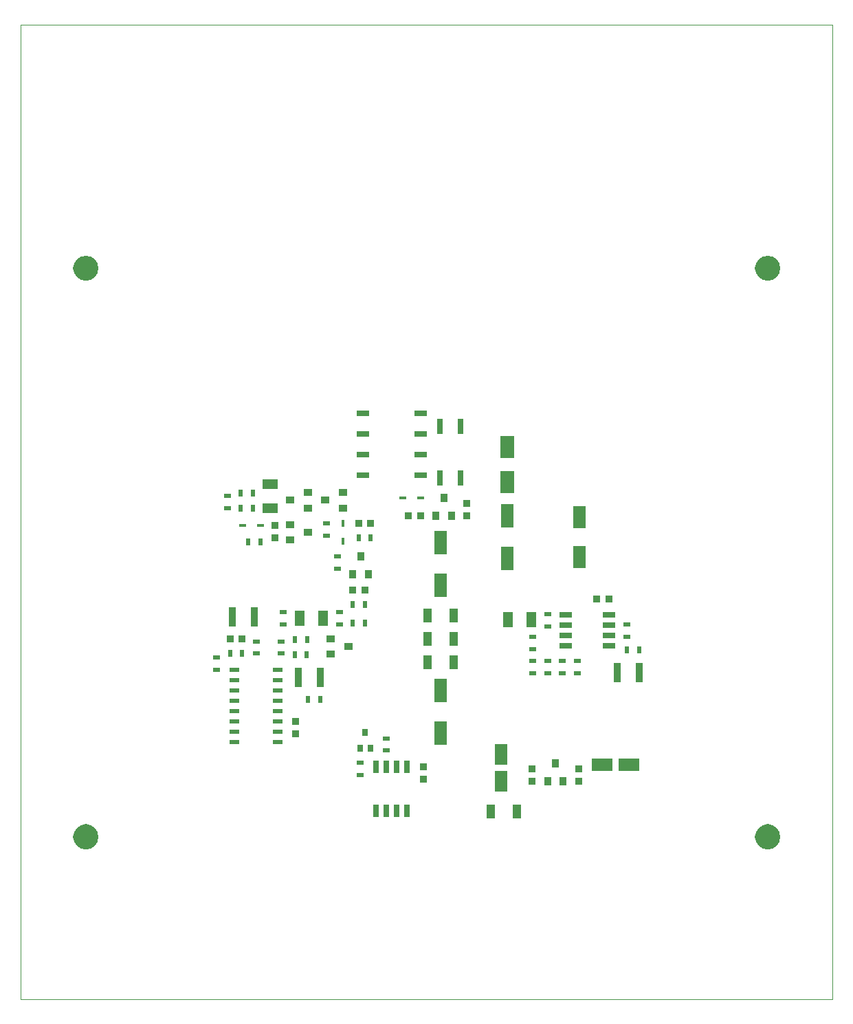
<source format=gtp>
%FSLAX46Y46*%
%MOMM*%
%ADD10C,0.100000*%
%AMPS51*
21,1,1.594948,2.741421,0.000000,0.000000,0.000000*
%
%ADD51PS51*%
%AMPS52*
21,1,1.594948,2.741421,0.000000,0.000000,180.000000*
%
%ADD52PS52*%
%AMPS13*
21,1,1.600000,2.950000,0.000000,0.000000,0.000000*
%
%ADD13PS13*%
%AMPS14*
21,1,1.600000,2.950000,0.000000,0.000000,180.000000*
%
%ADD14PS14*%
%AMPS35*
21,1,0.600000,1.550000,0.000000,0.000000,0.000000*
%
%ADD35PS35*%
%AMPS43*
21,1,0.600000,1.550000,0.000000,0.000000,90.000000*
%
%ADD43PS43*%
%AMPS36*
21,1,0.600000,1.550000,0.000000,0.000000,180.000000*
%
%ADD36PS36*%
%AMPS44*
21,1,0.600000,1.550000,0.000000,0.000000,270.000000*
%
%ADD44PS44*%
%AMPS40*
21,1,1.600000,2.500000,0.000000,0.000000,0.000000*
%
%ADD40PS40*%
%AMPS47*
21,1,1.600000,2.500000,0.000000,0.000000,90.000000*
%
%ADD47PS47*%
%AMPS39*
21,1,1.600000,2.500000,0.000000,0.000000,180.000000*
%
%ADD39PS39*%
%AMPS48*
21,1,1.600000,2.500000,0.000000,0.000000,270.000000*
%
%ADD48PS48*%
%AMPS45*
21,1,0.900000,1.000000,0.000000,0.000000,0.000000*
%
%ADD45PS45*%
%AMPS23*
21,1,0.900000,1.000000,0.000000,0.000000,90.000000*
%
%ADD23PS23*%
%AMPS46*
21,1,0.900000,1.000000,0.000000,0.000000,180.000000*
%
%ADD46PS46*%
%AMPS24*
21,1,0.900000,1.000000,0.000000,0.000000,270.000000*
%
%ADD24PS24*%
%AMPS54*
21,1,0.400000,0.900000,0.000000,0.000000,0.000000*
%
%ADD54PS54*%
%AMPS17*
21,1,0.400000,0.900000,0.000000,0.000000,90.000000*
%
%ADD17PS17*%
%AMPS53*
21,1,0.400000,0.900000,0.000000,0.000000,180.000000*
%
%ADD53PS53*%
%AMPS18*
21,1,0.400000,0.900000,0.000000,0.000000,270.000000*
%
%ADD18PS18*%
%AMPS33*
21,1,0.550000,1.250000,0.000000,0.000000,90.000000*
%
%ADD33PS33*%
%AMPS34*
21,1,0.550000,1.250000,0.000000,0.000000,270.000000*
%
%ADD34PS34*%
%AMPS50*
21,1,0.600000,1.800000,0.000000,0.000000,0.000000*
%
%ADD50PS50*%
%AMPS49*
21,1,0.600000,1.800000,0.000000,0.000000,180.000000*
%
%ADD49PS49*%
%AMPS38*
21,1,0.701421,1.491421,0.000000,0.000000,90.000000*
%
%ADD38PS38*%
%AMPS37*
21,1,0.701421,1.491421,0.000000,0.000000,270.000000*
%
%ADD37PS37*%
%AMPS29*
21,1,1.800000,1.200000,0.000000,0.000000,0.000000*
%
%ADD29PS29*%
%AMPS41*
21,1,1.800000,1.200000,0.000000,0.000000,90.000000*
%
%ADD41PS41*%
%AMPS30*
21,1,1.800000,1.200000,0.000000,0.000000,180.000000*
%
%ADD30PS30*%
%AMPS42*
21,1,1.800000,1.200000,0.000000,0.000000,270.000000*
%
%ADD42PS42*%
%AMPS11*
21,1,2.300000,0.900000,0.000000,0.000000,90.000000*
%
%ADD11PS11*%
%AMPS12*
21,1,2.300000,0.900000,0.000000,0.000000,270.000000*
%
%ADD12PS12*%
%AMPS19*
21,1,0.900000,0.500000,0.000000,0.000000,0.000000*
%
%ADD19PS19*%
%AMPS22*
21,1,0.900000,0.500000,0.000000,0.000000,90.000000*
%
%ADD22PS22*%
%AMPS20*
21,1,0.900000,0.500000,0.000000,0.000000,180.000000*
%
%ADD20PS20*%
%AMPS21*
21,1,0.900000,0.500000,0.000000,0.000000,270.000000*
%
%ADD21PS21*%
%AMPS25*
21,1,1.700000,1.100000,0.000000,0.000000,90.000000*
%
%ADD25PS25*%
%AMPS26*
21,1,1.700000,1.100000,0.000000,0.000000,270.000000*
%
%ADD26PS26*%
%AMPS55*
21,1,0.700000,0.900000,0.000000,0.000000,0.000000*
%
%ADD55PS55*%
%AMPS56*
21,1,0.700000,0.900000,0.000000,0.000000,180.000000*
%
%ADD56PS56*%
%AMPS32*
21,1,0.850000,0.800000,0.000000,0.000000,0.000000*
%
%ADD32PS32*%
%AMPS16*
21,1,0.850000,0.800000,0.000000,0.000000,90.000000*
%
%ADD16PS16*%
%AMPS31*
21,1,0.850000,0.800000,0.000000,0.000000,180.000000*
%
%ADD31PS31*%
%AMPS15*
21,1,0.850000,0.800000,0.000000,0.000000,270.000000*
%
%ADD15PS15*%
%AMPS28*
21,1,1.750000,2.650000,0.000000,0.000000,0.000000*
%
%ADD28PS28*%
%AMPS27*
21,1,1.750000,2.650000,0.000000,0.000000,180.000000*
%
%ADD27PS27*%
G01*
%LPD*%
G36*
X93432013Y90593159D02*
X93550000Y90000000D01*
X93550000Y90000000D01*
X93432013Y89406840D01*
X93096015Y88903984D01*
X92593159Y88567986D01*
X92000000Y88450000D01*
X91406840Y88567986D01*
X90903984Y88903984D01*
X90567986Y89406840D01*
X90450000Y90000000D01*
X90567986Y90593159D01*
X90903984Y91096015D01*
X91406840Y91432013D01*
X92000000Y91550000D01*
X92593159Y91432013D01*
X93096015Y91096015D01*
X93432013Y90593159D01*
D02*
G37*
%LPD*%
G36*
X9432013Y90593159D02*
X9550000Y90000000D01*
X9550000Y90000000D01*
X9432013Y89406840D01*
X9096015Y88903984D01*
X8593159Y88567986D01*
X8000000Y88450000D01*
X7406840Y88567986D01*
X6903984Y88903984D01*
X6567986Y89406840D01*
X6450000Y90000000D01*
X6567986Y90593159D01*
X6903984Y91096015D01*
X7406840Y91432013D01*
X8000000Y91550000D01*
X8593159Y91432013D01*
X9096015Y91096015D01*
X9432013Y90593159D01*
D02*
G37*
%LPD*%
G36*
X9432013Y20593159D02*
X9550000Y20000000D01*
X9550000Y20000000D01*
X9432013Y19406840D01*
X9096015Y18903984D01*
X8593159Y18567986D01*
X8000000Y18450000D01*
X7406840Y18567986D01*
X6903984Y18903984D01*
X6567986Y19406840D01*
X6450000Y20000000D01*
X6567986Y20593159D01*
X6903984Y21096015D01*
X7406840Y21432013D01*
X8000000Y21550000D01*
X8593159Y21432013D01*
X9096015Y21096015D01*
X9432013Y20593159D01*
D02*
G37*
%LPD*%
G36*
X93432013Y20593159D02*
X93550000Y20000000D01*
X93550000Y20000000D01*
X93432013Y19406840D01*
X93096015Y18903984D01*
X92593159Y18567986D01*
X92000000Y18450000D01*
X91406840Y18567986D01*
X90903984Y18903984D01*
X90567986Y19406840D01*
X90450000Y20000000D01*
X90567986Y20593159D01*
X90903984Y21096015D01*
X91406840Y21432013D01*
X92000000Y21550000D01*
X92593159Y21432013D01*
X93096015Y21096015D01*
X93432013Y20593159D01*
D02*
G37*
G01*
%LPD*%
D10*
X100000000Y120000000D02*
X100000000Y0D01*
D10*
X0Y120000000D02*
X100000000Y120000000D01*
D10*
X100000000Y0D02*
X0Y0D01*
D10*
X0Y0D02*
X0Y120000000D01*
G75*
D11*
X28798466Y47050000D03*
D12*
X26061534Y47050000D03*
D13*
X59950000Y54300000D03*
D14*
X59950000Y59500000D03*
D15*
X70971668Y49278328D03*
D16*
X72471668Y49278328D03*
D17*
X49275000Y61680000D03*
D18*
X47075000Y61680000D03*
D19*
X68570000Y40130000D03*
D20*
X68570000Y41630000D03*
D12*
X73443068Y40250000D03*
D11*
X76180000Y40250000D03*
D21*
X28050000Y56320000D03*
D22*
X29550000Y56320000D03*
D22*
X35250000Y42390000D03*
D21*
X33750000Y42390000D03*
D23*
X35400000Y62380000D03*
D24*
X33200000Y61430000D03*
D23*
X35400000Y60480000D03*
D20*
X45060000Y32110000D03*
D19*
X45060000Y30610000D03*
D25*
X53300000Y47270000D03*
D26*
X50100000Y47270000D03*
D27*
X59950000Y68000000D03*
D28*
X59950000Y63700000D03*
D24*
X33200000Y56550000D03*
D23*
X35400000Y57500000D03*
D24*
X33200000Y58450000D03*
D29*
X30750000Y60480000D03*
D30*
X30750000Y63380000D03*
D21*
X35418466Y36890000D03*
D22*
X36918466Y36890000D03*
D20*
X63080000Y44610000D03*
D19*
X63080000Y43110000D03*
D20*
X24110160Y42050000D03*
D19*
X24110160Y40550000D03*
D19*
X63080000Y40130000D03*
D20*
X63080000Y41630000D03*
D31*
X63000000Y28350000D03*
D32*
X63000000Y26850000D03*
D24*
X38190000Y42490000D03*
D23*
X40390000Y43440000D03*
D24*
X38190000Y44390000D03*
D33*
X31680000Y40550000D03*
D34*
X26330160Y38010000D03*
D33*
X31680000Y34200000D03*
D34*
X26330160Y39280000D03*
D34*
X26330160Y36740000D03*
D34*
X26330160Y32930000D03*
D33*
X31680000Y38010000D03*
D34*
X26330160Y31660000D03*
D33*
X31680000Y31660000D03*
D33*
X31680000Y36740000D03*
D33*
X31680000Y32930000D03*
D33*
X31680000Y35470000D03*
D34*
X26330160Y35470000D03*
D33*
X31680000Y39280000D03*
D34*
X26330160Y40550000D03*
D34*
X26330160Y34200000D03*
D21*
X40920000Y48590000D03*
D22*
X42420000Y48590000D03*
D20*
X74680000Y46150000D03*
D19*
X74680000Y44650000D03*
D20*
X66740000Y41630000D03*
D19*
X66740000Y40130000D03*
D35*
X47610000Y23230000D03*
D35*
X45060000Y23230000D03*
D35*
X43790000Y23230000D03*
D36*
X43790000Y28570000D03*
D36*
X46340000Y28570000D03*
D35*
X46340000Y23230000D03*
D36*
X47610000Y28570000D03*
D36*
X45060000Y28570000D03*
D26*
X57900000Y23100000D03*
D25*
X61100000Y23100000D03*
D37*
X42125000Y64490000D03*
D38*
X49275000Y67030000D03*
D38*
X49275000Y72110000D03*
D38*
X49275000Y69570000D03*
D37*
X42125000Y67030000D03*
D37*
X42125000Y72110000D03*
D38*
X49275000Y64490000D03*
D37*
X42125000Y69570000D03*
D39*
X59200000Y30150000D03*
D40*
X59200000Y26850000D03*
D31*
X68700000Y28350000D03*
D32*
X68700000Y26850000D03*
D19*
X29060000Y42540000D03*
D20*
X29060000Y44040000D03*
D21*
X25770000Y42540000D03*
D22*
X27270000Y42540000D03*
D20*
X41770000Y29130000D03*
D19*
X41770000Y27630000D03*
D26*
X50100000Y44370000D03*
D25*
X53300000Y44370000D03*
D22*
X28600000Y60480000D03*
D21*
X27100000Y60480000D03*
D20*
X39000000Y54490000D03*
D19*
X39000000Y52990000D03*
D22*
X35275000Y44265000D03*
D21*
X33775000Y44265000D03*
D13*
X51700000Y32800000D03*
D14*
X51700000Y38000000D03*
D21*
X74680000Y43000000D03*
D22*
X76180000Y43000000D03*
D41*
X62880000Y46760000D03*
D42*
X59980000Y46760000D03*
D19*
X37700000Y57090000D03*
D20*
X37700000Y58590000D03*
D43*
X72471668Y47298328D03*
D43*
X72471668Y44748328D03*
D43*
X72471668Y43478328D03*
D44*
X67131668Y43478328D03*
D44*
X67131668Y46028328D03*
D43*
X72471668Y46028328D03*
D44*
X67131668Y47298328D03*
D44*
X67131668Y44748328D03*
D20*
X64910000Y47410000D03*
D19*
X64910000Y45910000D03*
D23*
X39680000Y62380000D03*
D24*
X37480000Y61430000D03*
D23*
X39680000Y60480000D03*
D17*
X29550000Y58300000D03*
D18*
X27350000Y58300000D03*
D45*
X42820000Y52290000D03*
D46*
X41870000Y54490000D03*
D45*
X40920000Y52290000D03*
D41*
X37240000Y46890000D03*
D42*
X34340000Y46890000D03*
D20*
X64910000Y41630000D03*
D19*
X64910000Y40130000D03*
D32*
X33850000Y32700000D03*
D31*
X33850000Y34200000D03*
D20*
X32310000Y47640000D03*
D19*
X32310000Y46140000D03*
D45*
X53060000Y59500000D03*
D46*
X52110000Y61700000D03*
D45*
X51160000Y59500000D03*
D47*
X74950000Y28900000D03*
D48*
X71650000Y28900000D03*
D15*
X25770000Y44340000D03*
D16*
X27270000Y44340000D03*
D20*
X32100000Y44040000D03*
D19*
X32100000Y42540000D03*
D49*
X51660000Y70500000D03*
D50*
X54160000Y64200000D03*
D50*
X51660000Y64200000D03*
D49*
X54160000Y70500000D03*
D51*
X68850000Y54450001D03*
D52*
X68850000Y59349999D03*
D14*
X51700000Y56200000D03*
D13*
X51700000Y51000000D03*
D53*
X39680000Y58590000D03*
D54*
X39680000Y56390000D03*
D15*
X40920000Y50380000D03*
D16*
X42420000Y50380000D03*
D19*
X25450000Y60480000D03*
D20*
X25450000Y61980000D03*
D21*
X40920000Y46340000D03*
D22*
X42420000Y46340000D03*
D22*
X28600000Y62310000D03*
D21*
X27100000Y62310000D03*
D11*
X36918466Y39640000D03*
D12*
X34181534Y39640000D03*
D26*
X50100000Y41470000D03*
D25*
X53300000Y41470000D03*
D19*
X39270000Y46140000D03*
D20*
X39270000Y47640000D03*
D15*
X47775000Y59500000D03*
D16*
X49275000Y59500000D03*
D16*
X43120000Y58590000D03*
D15*
X41620000Y58590000D03*
D32*
X31280000Y56800000D03*
D31*
X31280000Y58300000D03*
D21*
X41620000Y56810000D03*
D22*
X43120000Y56810000D03*
D32*
X49580000Y27070000D03*
D31*
X49580000Y28570000D03*
D45*
X66800000Y26850000D03*
D46*
X65850000Y29050000D03*
D45*
X64900000Y26850000D03*
D31*
X54950000Y61000000D03*
D32*
X54950000Y59500000D03*
D55*
X41770000Y30910000D03*
D55*
X43070000Y30910000D03*
D56*
X42420000Y32810000D03*
M02*

</source>
